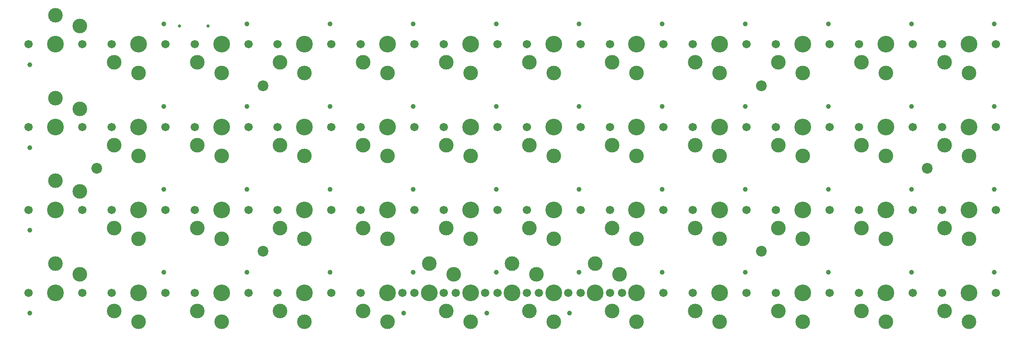
<source format=gbr>
%TF.GenerationSoftware,KiCad,Pcbnew,(6.0.4-0)*%
%TF.CreationDate,2023-09-21T22:36:32-05:00*%
%TF.ProjectId,dogema48_cfx,646f6765-6d61-4343-985f-6366782e6b69,rev?*%
%TF.SameCoordinates,Original*%
%TF.FileFunction,NonPlated,1,2,NPTH,Drill*%
%TF.FilePolarity,Positive*%
%FSLAX46Y46*%
G04 Gerber Fmt 4.6, Leading zero omitted, Abs format (unit mm)*
G04 Created by KiCad (PCBNEW (6.0.4-0)) date 2023-09-21 22:36:32*
%MOMM*%
%LPD*%
G01*
G04 APERTURE LIST*
%TA.AperFunction,ComponentDrill*%
%ADD10C,0.650000*%
%TD*%
%TA.AperFunction,ComponentDrill*%
%ADD11C,0.990600*%
%TD*%
%TA.AperFunction,ComponentDrill*%
%ADD12C,1.701800*%
%TD*%
%TA.AperFunction,ComponentDrill*%
%ADD13C,2.200000*%
%TD*%
%TA.AperFunction,ComponentDrill*%
%ADD14C,3.000000*%
%TD*%
%TA.AperFunction,ComponentDrill*%
%ADD15C,3.429000*%
%TD*%
G04 APERTURE END LIST*
D10*
%TO.C,J1*%
X108318281Y-19604992D03*
X114098281Y-19604992D03*
D11*
%TO.C,SW1*%
X77654961Y-27574989D03*
%TO.C,SW11*%
X77654961Y-44574981D03*
%TO.C,SW21*%
X77654961Y-61574973D03*
%TO.C,SW31*%
X77654961Y-78574965D03*
%TO.C,SW2*%
X105094953Y-19174989D03*
%TO.C,SW12*%
X105094953Y-36174981D03*
%TO.C,SW22*%
X105094953Y-53174973D03*
%TO.C,SW32*%
X105094953Y-70174965D03*
%TO.C,SW3*%
X122094945Y-19174989D03*
%TO.C,SW13*%
X122094945Y-36174981D03*
%TO.C,SW23*%
X122094945Y-53174973D03*
%TO.C,SW33*%
X122094945Y-70174965D03*
%TO.C,SW4*%
X139094937Y-19174989D03*
%TO.C,SW14*%
X139094937Y-36174981D03*
%TO.C,SW24*%
X139094937Y-53174973D03*
%TO.C,SW34*%
X139094937Y-70174965D03*
%TO.C,SW50*%
X154154925Y-78574965D03*
%TO.C,SW5*%
X156094929Y-19174989D03*
%TO.C,SW15*%
X156094929Y-36174981D03*
%TO.C,SW25*%
X156094929Y-53174973D03*
%TO.C,SW35*%
X156094929Y-70174965D03*
%TO.C,SW47*%
X171154917Y-78574965D03*
%TO.C,SW6*%
X173094921Y-19174989D03*
%TO.C,SW16*%
X173094921Y-36174981D03*
%TO.C,SW26*%
X173094921Y-53174973D03*
%TO.C,SW36*%
X173094921Y-70174965D03*
%TO.C,SW51*%
X188154909Y-78574965D03*
%TO.C,SW7*%
X190094913Y-19174989D03*
%TO.C,SW17*%
X190094913Y-36174981D03*
%TO.C,SW27*%
X190094913Y-53174973D03*
%TO.C,SW37*%
X190094913Y-70174965D03*
%TO.C,SW8*%
X207094905Y-19174989D03*
%TO.C,SW18*%
X207094905Y-36174981D03*
%TO.C,SW28*%
X207094905Y-53174973D03*
%TO.C,SW38*%
X207094905Y-70174965D03*
%TO.C,SW9*%
X224094897Y-19174989D03*
%TO.C,SW19*%
X224094897Y-36174981D03*
%TO.C,SW29*%
X224094897Y-53174973D03*
%TO.C,SW39*%
X224094897Y-70174965D03*
%TO.C,SW10*%
X241094889Y-19174989D03*
%TO.C,SW20*%
X241094889Y-36174981D03*
%TO.C,SW30*%
X241094889Y-53174973D03*
%TO.C,SW40*%
X241094889Y-70174965D03*
%TO.C,SW41*%
X258094881Y-19174989D03*
%TO.C,SW43*%
X258094881Y-36174981D03*
%TO.C,SW45*%
X258094881Y-53174973D03*
%TO.C,SW48*%
X258094881Y-70174965D03*
%TO.C,SW42*%
X275094873Y-19174989D03*
%TO.C,SW44*%
X275094873Y-36174981D03*
%TO.C,SW46*%
X275094873Y-53174973D03*
%TO.C,SW49*%
X275094873Y-70174965D03*
D12*
%TO.C,SW1*%
X77374961Y-23374989D03*
%TO.C,SW11*%
X77374961Y-40374981D03*
%TO.C,SW21*%
X77374961Y-57374973D03*
%TO.C,SW31*%
X77374961Y-74374965D03*
%TO.C,SW1*%
X88374961Y-23374989D03*
%TO.C,SW11*%
X88374961Y-40374981D03*
%TO.C,SW21*%
X88374961Y-57374973D03*
%TO.C,SW31*%
X88374961Y-74374965D03*
%TO.C,SW2*%
X94374953Y-23374989D03*
%TO.C,SW12*%
X94374953Y-40374981D03*
%TO.C,SW22*%
X94374953Y-57374973D03*
%TO.C,SW32*%
X94374953Y-74374965D03*
%TO.C,SW2*%
X105374953Y-23374989D03*
%TO.C,SW12*%
X105374953Y-40374981D03*
%TO.C,SW22*%
X105374953Y-57374973D03*
%TO.C,SW32*%
X105374953Y-74374965D03*
%TO.C,SW3*%
X111374945Y-23374989D03*
%TO.C,SW13*%
X111374945Y-40374981D03*
%TO.C,SW23*%
X111374945Y-57374973D03*
%TO.C,SW33*%
X111374945Y-74374965D03*
%TO.C,SW3*%
X122374945Y-23374989D03*
%TO.C,SW13*%
X122374945Y-40374981D03*
%TO.C,SW23*%
X122374945Y-57374973D03*
%TO.C,SW33*%
X122374945Y-74374965D03*
%TO.C,SW4*%
X128374937Y-23374989D03*
%TO.C,SW14*%
X128374937Y-40374981D03*
%TO.C,SW24*%
X128374937Y-57374973D03*
%TO.C,SW34*%
X128374937Y-74374965D03*
%TO.C,SW4*%
X139374937Y-23374989D03*
%TO.C,SW14*%
X139374937Y-40374981D03*
%TO.C,SW24*%
X139374937Y-57374973D03*
%TO.C,SW34*%
X139374937Y-74374965D03*
%TO.C,SW5*%
X145374929Y-23374989D03*
%TO.C,SW15*%
X145374929Y-40374981D03*
%TO.C,SW25*%
X145374929Y-57374973D03*
%TO.C,SW35*%
X145374929Y-74374965D03*
%TO.C,SW50*%
X153874925Y-74374965D03*
%TO.C,SW5*%
X156374929Y-23374989D03*
%TO.C,SW15*%
X156374929Y-40374981D03*
%TO.C,SW25*%
X156374929Y-57374973D03*
%TO.C,SW35*%
X156374929Y-74374965D03*
%TO.C,SW6*%
X162374921Y-23374989D03*
%TO.C,SW16*%
X162374921Y-40374981D03*
%TO.C,SW26*%
X162374921Y-57374973D03*
%TO.C,SW36*%
X162374921Y-74374965D03*
%TO.C,SW50*%
X164874925Y-74374965D03*
%TO.C,SW47*%
X170874917Y-74374965D03*
%TO.C,SW6*%
X173374921Y-23374989D03*
%TO.C,SW16*%
X173374921Y-40374981D03*
%TO.C,SW26*%
X173374921Y-57374973D03*
%TO.C,SW36*%
X173374921Y-74374965D03*
%TO.C,SW7*%
X179374913Y-23374989D03*
%TO.C,SW17*%
X179374913Y-40374981D03*
%TO.C,SW27*%
X179374913Y-57374973D03*
%TO.C,SW37*%
X179374913Y-74374965D03*
%TO.C,SW47*%
X181874917Y-74374965D03*
%TO.C,SW51*%
X187874909Y-74374965D03*
%TO.C,SW7*%
X190374913Y-23374989D03*
%TO.C,SW17*%
X190374913Y-40374981D03*
%TO.C,SW27*%
X190374913Y-57374973D03*
%TO.C,SW37*%
X190374913Y-74374965D03*
%TO.C,SW8*%
X196374905Y-23374989D03*
%TO.C,SW18*%
X196374905Y-40374981D03*
%TO.C,SW28*%
X196374905Y-57374973D03*
%TO.C,SW38*%
X196374905Y-74374965D03*
%TO.C,SW51*%
X198874909Y-74374965D03*
%TO.C,SW8*%
X207374905Y-23374989D03*
%TO.C,SW18*%
X207374905Y-40374981D03*
%TO.C,SW28*%
X207374905Y-57374973D03*
%TO.C,SW38*%
X207374905Y-74374965D03*
%TO.C,SW9*%
X213374897Y-23374989D03*
%TO.C,SW19*%
X213374897Y-40374981D03*
%TO.C,SW29*%
X213374897Y-57374973D03*
%TO.C,SW39*%
X213374897Y-74374965D03*
%TO.C,SW9*%
X224374897Y-23374989D03*
%TO.C,SW19*%
X224374897Y-40374981D03*
%TO.C,SW29*%
X224374897Y-57374973D03*
%TO.C,SW39*%
X224374897Y-74374965D03*
%TO.C,SW10*%
X230374889Y-23374989D03*
%TO.C,SW20*%
X230374889Y-40374981D03*
%TO.C,SW30*%
X230374889Y-57374973D03*
%TO.C,SW40*%
X230374889Y-74374965D03*
%TO.C,SW10*%
X241374889Y-23374989D03*
%TO.C,SW20*%
X241374889Y-40374981D03*
%TO.C,SW30*%
X241374889Y-57374973D03*
%TO.C,SW40*%
X241374889Y-74374965D03*
%TO.C,SW41*%
X247374881Y-23374989D03*
%TO.C,SW43*%
X247374881Y-40374981D03*
%TO.C,SW45*%
X247374881Y-57374973D03*
%TO.C,SW48*%
X247374881Y-74374965D03*
%TO.C,SW41*%
X258374881Y-23374989D03*
%TO.C,SW43*%
X258374881Y-40374981D03*
%TO.C,SW45*%
X258374881Y-57374973D03*
%TO.C,SW48*%
X258374881Y-74374965D03*
%TO.C,SW42*%
X264374873Y-23374989D03*
%TO.C,SW44*%
X264374873Y-40374981D03*
%TO.C,SW46*%
X264374873Y-57374973D03*
%TO.C,SW49*%
X264374873Y-74374965D03*
%TO.C,SW42*%
X275374873Y-23374989D03*
%TO.C,SW44*%
X275374873Y-40374981D03*
%TO.C,SW46*%
X275374873Y-57374973D03*
%TO.C,SW49*%
X275374873Y-74374965D03*
D13*
%TO.C,H3*%
X91374957Y-48874977D03*
%TO.C,H1*%
X125374941Y-31874985D03*
%TO.C,H5*%
X125374941Y-65874969D03*
%TO.C,H2*%
X227374893Y-31874985D03*
%TO.C,H6*%
X227374893Y-65874969D03*
%TO.C,H4*%
X261374877Y-48874977D03*
D14*
%TO.C,SW1*%
X82874961Y-17424989D03*
%TO.C,SW11*%
X82874961Y-34424981D03*
%TO.C,SW21*%
X82874961Y-51424973D03*
%TO.C,SW31*%
X82874961Y-68424965D03*
%TO.C,SW1*%
X87874961Y-19624989D03*
%TO.C,SW11*%
X87874961Y-36624981D03*
%TO.C,SW21*%
X87874961Y-53624973D03*
%TO.C,SW31*%
X87874961Y-70624965D03*
%TO.C,SW2*%
X94874953Y-27124989D03*
%TO.C,SW12*%
X94874953Y-44124981D03*
%TO.C,SW22*%
X94874953Y-61124973D03*
%TO.C,SW32*%
X94874953Y-78124965D03*
%TO.C,SW2*%
X99874953Y-29324989D03*
%TO.C,SW12*%
X99874953Y-46324981D03*
%TO.C,SW22*%
X99874953Y-63324973D03*
%TO.C,SW32*%
X99874953Y-80324965D03*
%TO.C,SW3*%
X111874945Y-27124989D03*
%TO.C,SW13*%
X111874945Y-44124981D03*
%TO.C,SW23*%
X111874945Y-61124973D03*
%TO.C,SW33*%
X111874945Y-78124965D03*
%TO.C,SW3*%
X116874945Y-29324989D03*
%TO.C,SW13*%
X116874945Y-46324981D03*
%TO.C,SW23*%
X116874945Y-63324973D03*
%TO.C,SW33*%
X116874945Y-80324965D03*
%TO.C,SW4*%
X128874937Y-27124989D03*
%TO.C,SW14*%
X128874937Y-44124981D03*
%TO.C,SW24*%
X128874937Y-61124973D03*
%TO.C,SW34*%
X128874937Y-78124965D03*
%TO.C,SW4*%
X133874937Y-29324989D03*
%TO.C,SW14*%
X133874937Y-46324981D03*
%TO.C,SW24*%
X133874937Y-63324973D03*
%TO.C,SW34*%
X133874937Y-80324965D03*
%TO.C,SW5*%
X145874929Y-27124989D03*
%TO.C,SW15*%
X145874929Y-44124981D03*
%TO.C,SW25*%
X145874929Y-61124973D03*
%TO.C,SW35*%
X145874929Y-78124965D03*
%TO.C,SW5*%
X150874929Y-29324989D03*
%TO.C,SW15*%
X150874929Y-46324981D03*
%TO.C,SW25*%
X150874929Y-63324973D03*
%TO.C,SW35*%
X150874929Y-80324965D03*
%TO.C,SW50*%
X159374925Y-68424965D03*
%TO.C,SW6*%
X162874921Y-27124989D03*
%TO.C,SW16*%
X162874921Y-44124981D03*
%TO.C,SW26*%
X162874921Y-61124973D03*
%TO.C,SW36*%
X162874921Y-78124965D03*
%TO.C,SW50*%
X164374925Y-70624965D03*
%TO.C,SW6*%
X167874921Y-29324989D03*
%TO.C,SW16*%
X167874921Y-46324981D03*
%TO.C,SW26*%
X167874921Y-63324973D03*
%TO.C,SW36*%
X167874921Y-80324965D03*
%TO.C,SW47*%
X176374917Y-68424965D03*
%TO.C,SW7*%
X179874913Y-27124989D03*
%TO.C,SW17*%
X179874913Y-44124981D03*
%TO.C,SW27*%
X179874913Y-61124973D03*
%TO.C,SW37*%
X179874913Y-78124965D03*
%TO.C,SW47*%
X181374917Y-70624965D03*
%TO.C,SW7*%
X184874913Y-29324989D03*
%TO.C,SW17*%
X184874913Y-46324981D03*
%TO.C,SW27*%
X184874913Y-63324973D03*
%TO.C,SW37*%
X184874913Y-80324965D03*
%TO.C,SW51*%
X193374909Y-68424965D03*
%TO.C,SW8*%
X196874905Y-27124989D03*
%TO.C,SW18*%
X196874905Y-44124981D03*
%TO.C,SW28*%
X196874905Y-61124973D03*
%TO.C,SW38*%
X196874905Y-78124965D03*
%TO.C,SW51*%
X198374909Y-70624965D03*
%TO.C,SW8*%
X201874905Y-29324989D03*
%TO.C,SW18*%
X201874905Y-46324981D03*
%TO.C,SW28*%
X201874905Y-63324973D03*
%TO.C,SW38*%
X201874905Y-80324965D03*
%TO.C,SW9*%
X213874897Y-27124989D03*
%TO.C,SW19*%
X213874897Y-44124981D03*
%TO.C,SW29*%
X213874897Y-61124973D03*
%TO.C,SW39*%
X213874897Y-78124965D03*
%TO.C,SW9*%
X218874897Y-29324989D03*
%TO.C,SW19*%
X218874897Y-46324981D03*
%TO.C,SW29*%
X218874897Y-63324973D03*
%TO.C,SW39*%
X218874897Y-80324965D03*
%TO.C,SW10*%
X230874889Y-27124989D03*
%TO.C,SW20*%
X230874889Y-44124981D03*
%TO.C,SW30*%
X230874889Y-61124973D03*
%TO.C,SW40*%
X230874889Y-78124965D03*
%TO.C,SW10*%
X235874889Y-29324989D03*
%TO.C,SW20*%
X235874889Y-46324981D03*
%TO.C,SW30*%
X235874889Y-63324973D03*
%TO.C,SW40*%
X235874889Y-80324965D03*
%TO.C,SW41*%
X247874881Y-27124989D03*
%TO.C,SW43*%
X247874881Y-44124981D03*
%TO.C,SW45*%
X247874881Y-61124973D03*
%TO.C,SW48*%
X247874881Y-78124965D03*
%TO.C,SW41*%
X252874881Y-29324989D03*
%TO.C,SW43*%
X252874881Y-46324981D03*
%TO.C,SW45*%
X252874881Y-63324973D03*
%TO.C,SW48*%
X252874881Y-80324965D03*
%TO.C,SW42*%
X264874873Y-27124989D03*
%TO.C,SW44*%
X264874873Y-44124981D03*
%TO.C,SW46*%
X264874873Y-61124973D03*
%TO.C,SW49*%
X264874873Y-78124965D03*
%TO.C,SW42*%
X269874873Y-29324989D03*
%TO.C,SW44*%
X269874873Y-46324981D03*
%TO.C,SW46*%
X269874873Y-63324973D03*
%TO.C,SW49*%
X269874873Y-80324965D03*
D15*
%TO.C,SW1*%
X82874961Y-23374989D03*
%TO.C,SW11*%
X82874961Y-40374981D03*
%TO.C,SW21*%
X82874961Y-57374973D03*
%TO.C,SW31*%
X82874961Y-74374965D03*
%TO.C,SW2*%
X99874953Y-23374989D03*
%TO.C,SW12*%
X99874953Y-40374981D03*
%TO.C,SW22*%
X99874953Y-57374973D03*
%TO.C,SW32*%
X99874953Y-74374965D03*
%TO.C,SW3*%
X116874945Y-23374989D03*
%TO.C,SW13*%
X116874945Y-40374981D03*
%TO.C,SW23*%
X116874945Y-57374973D03*
%TO.C,SW33*%
X116874945Y-74374965D03*
%TO.C,SW4*%
X133874937Y-23374989D03*
%TO.C,SW14*%
X133874937Y-40374981D03*
%TO.C,SW24*%
X133874937Y-57374973D03*
%TO.C,SW34*%
X133874937Y-74374965D03*
%TO.C,SW5*%
X150874929Y-23374989D03*
%TO.C,SW15*%
X150874929Y-40374981D03*
%TO.C,SW25*%
X150874929Y-57374973D03*
%TO.C,SW35*%
X150874929Y-74374965D03*
%TO.C,SW50*%
X159374925Y-74374965D03*
%TO.C,SW6*%
X167874921Y-23374989D03*
%TO.C,SW16*%
X167874921Y-40374981D03*
%TO.C,SW26*%
X167874921Y-57374973D03*
%TO.C,SW36*%
X167874921Y-74374965D03*
%TO.C,SW47*%
X176374917Y-74374965D03*
%TO.C,SW7*%
X184874913Y-23374989D03*
%TO.C,SW17*%
X184874913Y-40374981D03*
%TO.C,SW27*%
X184874913Y-57374973D03*
%TO.C,SW37*%
X184874913Y-74374965D03*
%TO.C,SW51*%
X193374909Y-74374965D03*
%TO.C,SW8*%
X201874905Y-23374989D03*
%TO.C,SW18*%
X201874905Y-40374981D03*
%TO.C,SW28*%
X201874905Y-57374973D03*
%TO.C,SW38*%
X201874905Y-74374965D03*
%TO.C,SW9*%
X218874897Y-23374989D03*
%TO.C,SW19*%
X218874897Y-40374981D03*
%TO.C,SW29*%
X218874897Y-57374973D03*
%TO.C,SW39*%
X218874897Y-74374965D03*
%TO.C,SW10*%
X235874889Y-23374989D03*
%TO.C,SW20*%
X235874889Y-40374981D03*
%TO.C,SW30*%
X235874889Y-57374973D03*
%TO.C,SW40*%
X235874889Y-74374965D03*
%TO.C,SW41*%
X252874881Y-23374989D03*
%TO.C,SW43*%
X252874881Y-40374981D03*
%TO.C,SW45*%
X252874881Y-57374973D03*
%TO.C,SW48*%
X252874881Y-74374965D03*
%TO.C,SW42*%
X269874873Y-23374989D03*
%TO.C,SW44*%
X269874873Y-40374981D03*
%TO.C,SW46*%
X269874873Y-57374973D03*
%TO.C,SW49*%
X269874873Y-74374965D03*
M02*

</source>
